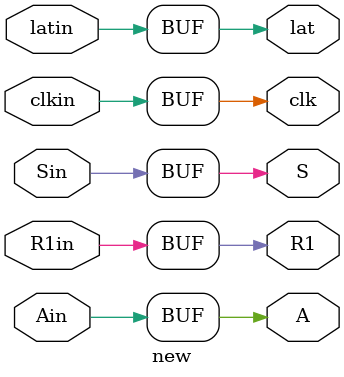
<source format=v>
`timescale 1ns / 1ps
module new(R1in,Ain,clkin, latin, R1,A,clk,lat,Sin,S);
	 (*LOC = "A8" *) input latin;
	 (*LOC = "B8" *) input R1in;
	 (*LOC = "C9" *) input clkin;
	 (*LOC = "C4" *) input Ain;
	 (*LOC = "D9" *) input Sin;
	 (*LOC = "P11" *) output S;
	 (*LOC = "N10" *) output lat;
	 (*LOC = "T12" *) output A;
	 (*LOC = "V12" *) output clk;
	 (*LOC = "M10" *) output R1;
 	  assign A = Ain;
     assign lat =latin;
	  assign clk= clkin;
	  assign R1 = R1in;
	  assign S = Sin;

endmodule

</source>
